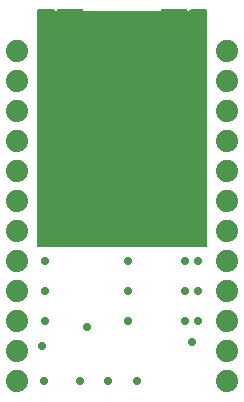
<source format=gbl>
G75*
G70*
%OFA0B0*%
%FSLAX24Y24*%
%IPPOS*%
%LPD*%
%AMOC8*
5,1,8,0,0,1.08239X$1,22.5*
%
%ADD10C,0.0740*%
%ADD11R,0.0900X0.2000*%
%ADD12C,0.0278*%
%ADD13C,0.0060*%
D10*
X001487Y001833D03*
X001487Y002833D03*
X001487Y003833D03*
X001487Y004833D03*
X001487Y005833D03*
X001487Y006833D03*
X001487Y007833D03*
X001487Y008833D03*
X001487Y009833D03*
X001487Y010833D03*
X001487Y011833D03*
X001487Y012833D03*
X008487Y012833D03*
X008487Y011833D03*
X008487Y010833D03*
X008487Y009833D03*
X008487Y008833D03*
X008487Y007833D03*
X008487Y006833D03*
X008487Y005833D03*
X008487Y004833D03*
X008487Y003833D03*
X008487Y002833D03*
X008487Y001833D03*
D11*
X006727Y013233D03*
X003247Y013233D03*
D12*
X003987Y011833D03*
X004437Y010833D03*
X005187Y009833D03*
X005187Y008833D03*
X005187Y007833D03*
X005187Y006833D03*
X005187Y005833D03*
X005187Y004833D03*
X005187Y003833D03*
X005487Y001833D03*
X004537Y001833D03*
X003587Y001833D03*
X003817Y003633D03*
X002437Y003833D03*
X002307Y003013D03*
X002387Y001833D03*
X002437Y004833D03*
X002437Y005833D03*
X002437Y006833D03*
X002437Y007833D03*
X002437Y008833D03*
X002437Y009833D03*
X002437Y010833D03*
X002437Y011833D03*
X002437Y012833D03*
X002437Y013833D03*
X005987Y011833D03*
X006887Y010833D03*
X007087Y009833D03*
X007537Y009833D03*
X007537Y010833D03*
X007537Y011833D03*
X007537Y012833D03*
X007537Y013833D03*
X007537Y008833D03*
X007087Y008833D03*
X007087Y007833D03*
X007537Y007833D03*
X007537Y006833D03*
X007087Y006833D03*
X007087Y005833D03*
X007537Y005833D03*
X007537Y004833D03*
X007087Y004833D03*
X007087Y003833D03*
X007327Y003133D03*
X007537Y003833D03*
D13*
X007787Y006333D02*
X007787Y014203D01*
X007274Y014203D01*
X007224Y014153D01*
X002749Y014153D01*
X002699Y014203D01*
X002187Y014203D01*
X002187Y006333D01*
X007787Y006333D01*
X007787Y006364D02*
X002187Y006364D01*
X002187Y006423D02*
X007787Y006423D01*
X007787Y006481D02*
X002187Y006481D01*
X002187Y006540D02*
X007787Y006540D01*
X007787Y006598D02*
X002187Y006598D01*
X002187Y006657D02*
X007787Y006657D01*
X007787Y006715D02*
X002187Y006715D01*
X002187Y006774D02*
X007787Y006774D01*
X007787Y006832D02*
X002187Y006832D01*
X002187Y006891D02*
X007787Y006891D01*
X007787Y006949D02*
X002187Y006949D01*
X002187Y007008D02*
X007787Y007008D01*
X007787Y007066D02*
X002187Y007066D01*
X002187Y007125D02*
X007787Y007125D01*
X007787Y007183D02*
X002187Y007183D01*
X002187Y007242D02*
X007787Y007242D01*
X007787Y007300D02*
X002187Y007300D01*
X002187Y007359D02*
X007787Y007359D01*
X007787Y007417D02*
X002187Y007417D01*
X002187Y007476D02*
X007787Y007476D01*
X007787Y007534D02*
X002187Y007534D01*
X002187Y007593D02*
X007787Y007593D01*
X007787Y007651D02*
X002187Y007651D01*
X002187Y007710D02*
X007787Y007710D01*
X007787Y007768D02*
X002187Y007768D01*
X002187Y007827D02*
X007787Y007827D01*
X007787Y007885D02*
X002187Y007885D01*
X002187Y007944D02*
X007787Y007944D01*
X007787Y008002D02*
X002187Y008002D01*
X002187Y008061D02*
X007787Y008061D01*
X007787Y008119D02*
X002187Y008119D01*
X002187Y008178D02*
X007787Y008178D01*
X007787Y008236D02*
X002187Y008236D01*
X002187Y008295D02*
X007787Y008295D01*
X007787Y008353D02*
X002187Y008353D01*
X002187Y008412D02*
X007787Y008412D01*
X007787Y008470D02*
X002187Y008470D01*
X002187Y008529D02*
X007787Y008529D01*
X007787Y008587D02*
X002187Y008587D01*
X002187Y008646D02*
X007787Y008646D01*
X007787Y008704D02*
X002187Y008704D01*
X002187Y008763D02*
X007787Y008763D01*
X007787Y008821D02*
X002187Y008821D01*
X002187Y008880D02*
X007787Y008880D01*
X007787Y008938D02*
X002187Y008938D01*
X002187Y008997D02*
X007787Y008997D01*
X007787Y009055D02*
X002187Y009055D01*
X002187Y009114D02*
X007787Y009114D01*
X007787Y009172D02*
X002187Y009172D01*
X002187Y009231D02*
X007787Y009231D01*
X007787Y009289D02*
X002187Y009289D01*
X002187Y009348D02*
X007787Y009348D01*
X007787Y009406D02*
X002187Y009406D01*
X002187Y009465D02*
X007787Y009465D01*
X007787Y009523D02*
X002187Y009523D01*
X002187Y009582D02*
X007787Y009582D01*
X007787Y009640D02*
X002187Y009640D01*
X002187Y009699D02*
X007787Y009699D01*
X007787Y009757D02*
X002187Y009757D01*
X002187Y009816D02*
X007787Y009816D01*
X007787Y009874D02*
X002187Y009874D01*
X002187Y009933D02*
X007787Y009933D01*
X007787Y009991D02*
X002187Y009991D01*
X002187Y010050D02*
X007787Y010050D01*
X007787Y010108D02*
X002187Y010108D01*
X002187Y010167D02*
X007787Y010167D01*
X007787Y010225D02*
X002187Y010225D01*
X002187Y010284D02*
X007787Y010284D01*
X007787Y010342D02*
X002187Y010342D01*
X002187Y010401D02*
X007787Y010401D01*
X007787Y010459D02*
X002187Y010459D01*
X002187Y010518D02*
X007787Y010518D01*
X007787Y010576D02*
X002187Y010576D01*
X002187Y010635D02*
X007787Y010635D01*
X007787Y010693D02*
X002187Y010693D01*
X002187Y010752D02*
X007787Y010752D01*
X007787Y010810D02*
X002187Y010810D01*
X002187Y010869D02*
X007787Y010869D01*
X007787Y010927D02*
X002187Y010927D01*
X002187Y010986D02*
X007787Y010986D01*
X007787Y011044D02*
X002187Y011044D01*
X002187Y011103D02*
X007787Y011103D01*
X007787Y011161D02*
X002187Y011161D01*
X002187Y011220D02*
X007787Y011220D01*
X007787Y011278D02*
X002187Y011278D01*
X002187Y011337D02*
X007787Y011337D01*
X007787Y011395D02*
X002187Y011395D01*
X002187Y011454D02*
X007787Y011454D01*
X007787Y011512D02*
X002187Y011512D01*
X002187Y011571D02*
X007787Y011571D01*
X007787Y011629D02*
X002187Y011629D01*
X002187Y011688D02*
X007787Y011688D01*
X007787Y011746D02*
X002187Y011746D01*
X002187Y011805D02*
X007787Y011805D01*
X007787Y011863D02*
X002187Y011863D01*
X002187Y011922D02*
X007787Y011922D01*
X007787Y011980D02*
X002187Y011980D01*
X002187Y012039D02*
X007787Y012039D01*
X007787Y012097D02*
X002187Y012097D01*
X002187Y012156D02*
X007787Y012156D01*
X007787Y012214D02*
X002187Y012214D01*
X002187Y012273D02*
X007787Y012273D01*
X007787Y012331D02*
X002187Y012331D01*
X002187Y012390D02*
X007787Y012390D01*
X007787Y012448D02*
X002187Y012448D01*
X002187Y012507D02*
X007787Y012507D01*
X007787Y012565D02*
X002187Y012565D01*
X002187Y012624D02*
X007787Y012624D01*
X007787Y012682D02*
X002187Y012682D01*
X002187Y012741D02*
X007787Y012741D01*
X007787Y012799D02*
X002187Y012799D01*
X002187Y012858D02*
X007787Y012858D01*
X007787Y012916D02*
X002187Y012916D01*
X002187Y012975D02*
X007787Y012975D01*
X007787Y013033D02*
X002187Y013033D01*
X002187Y013092D02*
X007787Y013092D01*
X007787Y013150D02*
X002187Y013150D01*
X002187Y013209D02*
X007787Y013209D01*
X007787Y013267D02*
X002187Y013267D01*
X002187Y013326D02*
X007787Y013326D01*
X007787Y013384D02*
X002187Y013384D01*
X002187Y013443D02*
X007787Y013443D01*
X007787Y013501D02*
X002187Y013501D01*
X002187Y013560D02*
X007787Y013560D01*
X007787Y013618D02*
X002187Y013618D01*
X002187Y013677D02*
X007787Y013677D01*
X007787Y013735D02*
X002187Y013735D01*
X002187Y013794D02*
X007787Y013794D01*
X007787Y013852D02*
X002187Y013852D01*
X002187Y013911D02*
X007787Y013911D01*
X007787Y013969D02*
X002187Y013969D01*
X002187Y014028D02*
X007787Y014028D01*
X007787Y014086D02*
X002187Y014086D01*
X002187Y014145D02*
X007787Y014145D01*
M02*

</source>
